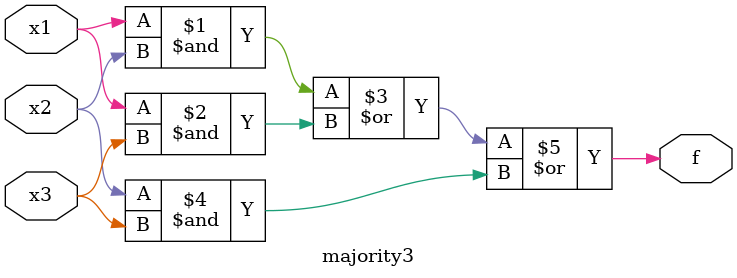
<source format=v>
module majority3 (
    input x1,
    input x2,
    input x3,
    output f
);

assign f = (x1 & x2) | (x1 & x3) | (x2 & x3);
endmodule

</source>
